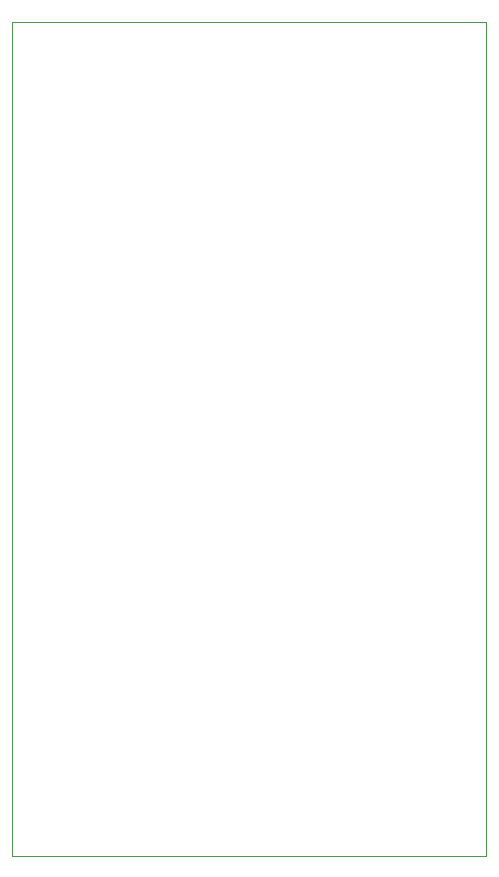
<source format=gbr>
G04 #@! TF.FileFunction,Profile,NP*
%FSLAX46Y46*%
G04 Gerber Fmt 4.6, Leading zero omitted, Abs format (unit mm)*
G04 Created by KiCad (PCBNEW 0.201503110816+5502~22~ubuntu14.04.1-product) date St 11. březen 2015, 23:45:28 CET*
%MOMM*%
G01*
G04 APERTURE LIST*
%ADD10C,0.100000*%
G04 APERTURE END LIST*
D10*
X71772253Y-89141615D02*
X31644253Y-89141615D01*
X71772253Y-89141615D02*
X71772253Y-18533615D01*
X71772253Y-18533615D02*
X31644253Y-18533615D01*
X31644253Y-89141615D02*
X31644253Y-18533615D01*
M02*

</source>
